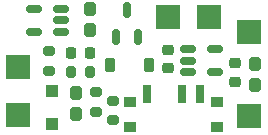
<source format=gbr>
%TF.GenerationSoftware,KiCad,Pcbnew,8.0.7*%
%TF.CreationDate,2025-01-11T15:19:25-09:00*%
%TF.ProjectId,wearable_battery_board,77656172-6162-46c6-955f-626174746572,rev?*%
%TF.SameCoordinates,Original*%
%TF.FileFunction,Soldermask,Top*%
%TF.FilePolarity,Negative*%
%FSLAX46Y46*%
G04 Gerber Fmt 4.6, Leading zero omitted, Abs format (unit mm)*
G04 Created by KiCad (PCBNEW 8.0.7) date 2025-01-11 15:19:25*
%MOMM*%
%LPD*%
G01*
G04 APERTURE LIST*
G04 Aperture macros list*
%AMRoundRect*
0 Rectangle with rounded corners*
0 $1 Rounding radius*
0 $2 $3 $4 $5 $6 $7 $8 $9 X,Y pos of 4 corners*
0 Add a 4 corners polygon primitive as box body*
4,1,4,$2,$3,$4,$5,$6,$7,$8,$9,$2,$3,0*
0 Add four circle primitives for the rounded corners*
1,1,$1+$1,$2,$3*
1,1,$1+$1,$4,$5*
1,1,$1+$1,$6,$7*
1,1,$1+$1,$8,$9*
0 Add four rect primitives between the rounded corners*
20,1,$1+$1,$2,$3,$4,$5,0*
20,1,$1+$1,$4,$5,$6,$7,0*
20,1,$1+$1,$6,$7,$8,$9,0*
20,1,$1+$1,$8,$9,$2,$3,0*%
G04 Aperture macros list end*
%ADD10R,2.000000X2.000000*%
%ADD11RoundRect,0.250000X-0.275000X0.312500X-0.275000X-0.312500X0.275000X-0.312500X0.275000X0.312500X0*%
%ADD12RoundRect,0.200000X-0.200000X-0.275000X0.200000X-0.275000X0.200000X0.275000X-0.200000X0.275000X0*%
%ADD13RoundRect,0.200000X-0.275000X0.200000X-0.275000X-0.200000X0.275000X-0.200000X0.275000X0.200000X0*%
%ADD14RoundRect,0.218750X-0.218750X-0.256250X0.218750X-0.256250X0.218750X0.256250X-0.218750X0.256250X0*%
%ADD15RoundRect,0.150000X0.512500X0.150000X-0.512500X0.150000X-0.512500X-0.150000X0.512500X-0.150000X0*%
%ADD16R,0.711200X1.498600*%
%ADD17R,0.990600X0.812800*%
%ADD18RoundRect,0.150000X-0.512500X-0.150000X0.512500X-0.150000X0.512500X0.150000X-0.512500X0.150000X0*%
%ADD19RoundRect,0.200000X0.275000X-0.200000X0.275000X0.200000X-0.275000X0.200000X-0.275000X-0.200000X0*%
%ADD20RoundRect,0.150000X0.150000X-0.512500X0.150000X0.512500X-0.150000X0.512500X-0.150000X-0.512500X0*%
%ADD21RoundRect,0.225000X0.225000X0.375000X-0.225000X0.375000X-0.225000X-0.375000X0.225000X-0.375000X0*%
%ADD22RoundRect,0.225000X-0.250000X0.225000X-0.250000X-0.225000X0.250000X-0.225000X0.250000X0.225000X0*%
%ADD23RoundRect,0.250000X-0.300000X0.300000X-0.300000X-0.300000X0.300000X-0.300000X0.300000X0.300000X0*%
G04 APERTURE END LIST*
D10*
%TO.C,TP3*%
X152603200Y-76657200D03*
%TD*%
D11*
%TO.C,C1*%
X144830800Y-83084900D03*
X144830800Y-84859900D03*
%TD*%
D12*
%TO.C,R1*%
X144361400Y-81280000D03*
X146011400Y-81280000D03*
%TD*%
D13*
%TO.C,R5*%
X146456400Y-82995000D03*
X146456400Y-84645000D03*
%TD*%
D11*
%TO.C,C5*%
X159969200Y-80646500D03*
X159969200Y-82421500D03*
%TD*%
D14*
%TO.C,D2*%
X144398900Y-79654400D03*
X145973900Y-79654400D03*
%TD*%
D10*
%TO.C,TP4*%
X156030000Y-76660000D03*
%TD*%
D15*
%TO.C,U1*%
X143510000Y-77861200D03*
X143510000Y-76911200D03*
X143510000Y-75961200D03*
X141235000Y-75961200D03*
X141235000Y-77861200D03*
%TD*%
D16*
%TO.C,SW1*%
X150810397Y-83141400D03*
X153810400Y-83141400D03*
X155310400Y-83141400D03*
D17*
X149410400Y-83841401D03*
X149410420Y-85941399D03*
X156710380Y-85941399D03*
X156710400Y-83841401D03*
%TD*%
D18*
%TO.C,U2*%
X154310500Y-79364800D03*
X154310500Y-80314800D03*
X154310500Y-81264800D03*
X156585500Y-81264800D03*
X156585500Y-79364800D03*
%TD*%
D19*
%TO.C,R6*%
X147929600Y-85356200D03*
X147929600Y-83706200D03*
%TD*%
D20*
%TO.C,Q1*%
X148148000Y-78353500D03*
X150048000Y-78353500D03*
X149098000Y-76078500D03*
%TD*%
D10*
%TO.C,TP2*%
X139903200Y-84937600D03*
%TD*%
D21*
%TO.C,D3*%
X150951200Y-80721200D03*
X147651200Y-80721200D03*
%TD*%
D22*
%TO.C,C3*%
X152552400Y-79387400D03*
X152552400Y-80937400D03*
%TD*%
D10*
%TO.C,TP6*%
X159410400Y-84988400D03*
%TD*%
D22*
%TO.C,C4*%
X158292800Y-80555800D03*
X158292800Y-82105800D03*
%TD*%
D13*
%TO.C,R2*%
X142544800Y-79540600D03*
X142544800Y-81190600D03*
%TD*%
D11*
%TO.C,C2*%
X145948400Y-75972900D03*
X145948400Y-77747900D03*
%TD*%
D10*
%TO.C,TP5*%
X159430000Y-77870000D03*
%TD*%
%TO.C,TP1*%
X139903200Y-80822800D03*
%TD*%
D23*
%TO.C,D1*%
X142798800Y-82877200D03*
X142798800Y-85677200D03*
%TD*%
M02*

</source>
